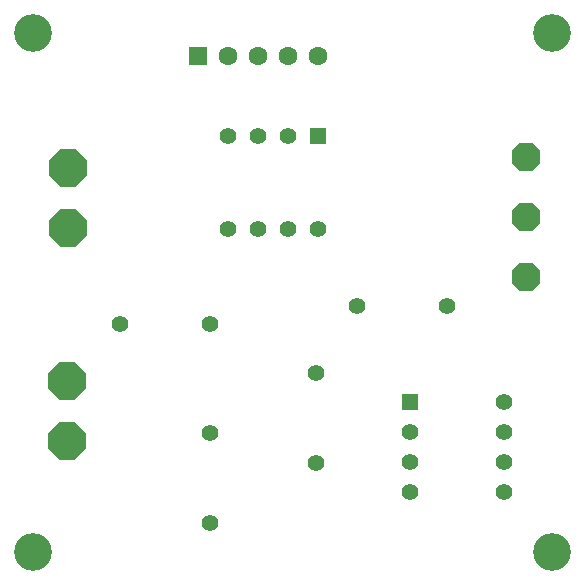
<source format=gtl>
%FSDAX23Y23*%
%MOIN*%
%SFA1B1*%

%IPPOS*%
%AMD11*
4,1,8,-0.063000,-0.026100,-0.026100,-0.063000,0.026100,-0.063000,0.063000,-0.026100,0.063000,0.026100,0.026100,0.063000,-0.026100,0.063000,-0.063000,0.026100,-0.063000,-0.026100,0.0*
%
%AMD12*
4,1,8,0.047200,0.019500,0.019500,0.047200,-0.019500,0.047200,-0.047200,0.019500,-0.047200,-0.019500,-0.019500,-0.047200,0.019500,-0.047200,0.047200,-0.019500,0.047200,0.019500,0.0*
%
%ADD10C,0.125980*%
G04~CAMADD=11~4~0.0~0.0~1259.9~1259.9~0.0~369.0~0~0.0~0.0~0.0~0.0~0~0.0~0.0~0.0~0.0~0~0.0~0.0~0.0~135.0~1259.9~1259.9*
%ADD11D11*%
G04~CAMADD=12~4~0.0~0.0~944.9~944.9~0.0~276.7~0~0.0~0.0~0.0~0.0~0~0.0~0.0~0.0~0.0~0~0.0~0.0~0.0~315.0~944.9~944.9*
%ADD12D12*%
%ADD13C,0.055120*%
%ADD14R,0.055120X0.055120*%
%ADD15R,0.055120X0.055120*%
%ADD16C,0.062990*%
%ADD17R,0.062990X0.062990*%
%LNpcb2-1*%
%LPD*%
G54D10*
X00118Y01850D03*
X01850D03*
Y00118D03*
X00118D03*
G54D11*
X00236Y01197D03*
Y01397D03*
X00232Y00488D03*
Y00688D03*
G54D12*
X01763Y01436D03*
Y01236D03*
Y01036D03*
G54D13*
X00708Y00216D03*
Y00516D03*
X00709Y00877D03*
X00409D03*
X01375Y00518D03*
Y00418D03*
Y00318D03*
X01687D03*
Y00418D03*
Y00518D03*
Y00618D03*
X00867Y01505D03*
X00967D03*
X00767D03*
Y01195D03*
X01067D03*
X00867D03*
X00967D03*
X01062Y00416D03*
Y00716D03*
X01500Y00937D03*
X01200D03*
G54D14*
X01375Y00618D03*
G54D15*
X01067Y01505D03*
G54D16*
X01067Y01771D03*
X00967D03*
X00867D03*
X00767D03*
G54D17*
X00667Y01771D03*
M02*
</source>
